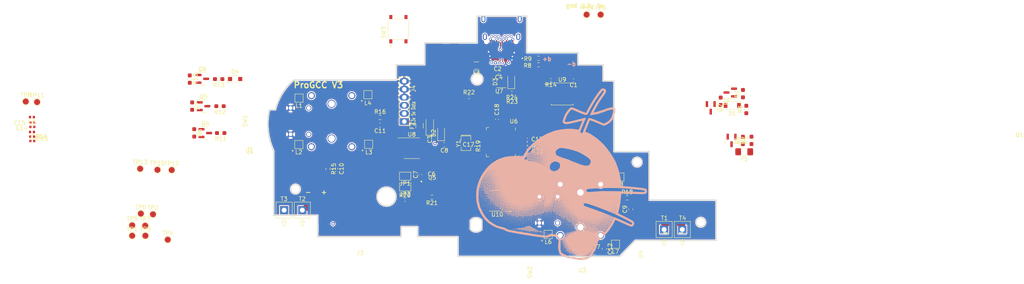
<source format=kicad_pcb>
(kicad_pcb (version 20211014) (generator pcbnew)
  (title_block (title "ProGCC V3 Logic Board") (date "2023-04-15") (rev "1") (company "HHL/Esca"))
  (layers (0 "F.Cu" signal) (1 "In1.Cu" signal) (2 "In2.Cu" signal) (31 "B.Cu" signal) (34 "B.Paste" user) (35 "F.Paste" user) (36 "B.SilkS" user "B.Silkscreen") (37 "F.SilkS" user "F.Silkscreen") (38 "B.Mask" user) (39 "F.Mask" user) (44 "Edge.Cuts" user))
  (net 0 "")
  (net 1 "+3V3")
  (net 2 "GND")
  (net 3 "GULI_DAT")
  (net 4 "+5V")
  (net 5 "Net-(F1-Pad2)")
  (net 6 "Net-(Q1-Pad1)")
  (net 7 "BUTTON_RGB")
  (net 10 "RUMBLE-")
  (net 11 "GULI_CALIBRATE")
  (net 12 "SHARED_PU")
  (net 13 "+3.3V_PRE")
  (net 14 "+1V1")
  (net 15 "+5V_PRE")
  (net 16 "GULI_DZONE")
  (net 17 "/QSPI_SS")
  (net 18 "/~{USB_BOOT}")
  (net 19 "Net-(R19-Pad1)")
  (net 20 "XTAL_OUT")
  (net 21 "N_DATA")
  (net 22 "N_CLOCK")
  (net 23 "/CC1")
  (net 24 "D+")
  (net 25 "Net-(R29-Pad2)")
  (net 26 "Net-(R30-Pad2)")
  (net 27 "/QSPI_SD1")
  (net 28 "/QSPI_SD2")
  (net 29 "/QSPI_SD0")
  (net 30 "/QSPI_SCLK")
  (net 31 "/QSPI_SD3")
  (net 32 "XTAL_IN")
  (net 33 "/SWCLK")
  (net 34 "/SWD")
  (net 35 "/RUN")
  (net 36 "+3.3V")
  (net 37 "Push_A")
  (net 38 "Scan_C")
  (net 39 "Push_B")
  (net 40 "Scan_D")
  (net 41 "Scan_B")
  (net 42 "Push_C")
  (net 43 "Push_D")
  (net 44 "Scan_A")
  (net 45 "NFC")
  (net 46 "D-")
  (net 47 "N_LATCH")
  (net 48 "/CC2")
  (net 49 "SL_RGB")
  (net 50 "Net-(Q2-Pad1)")
  (net 51 "Net-(Q3-Pad1)")
  (net 52 "N_LATCH_3.3")
  (net 53 "N_CLOCK_3.3")
  (net 54 "N_DATA_3.3")
  (net 55 "R_BRAKE")
  (net 56 "RUMBLE")
  (net 57 "RGB_OUT")
  (net 58 "LX")
  (net 59 "P_LCS")
  (net 60 "LY")
  (net 61 "GPIO1")
  (net 62 "RX")
  (net 63 "P_TX")
  (net 64 "RY")
  (net 65 "Net-(R20-Pad2)")
  (net 66 "GULI_TXD")
  (net 67 "Net-(R21-Pad2)")
  (net 68 "LS_BUTTON")
  (net 69 "RS_BUTTON")
  (net 70 "Net-(L3-Pad3)")
  (net 71 "P_CLK")
  (net 72 "P_RX")
  (net 73 "P_RCS")
  (net 83 "Net-(C3-Pad1)")
  (net 84 "Net-(C4-Pad1)")
  (net 85 "Net-(L1-Pad3)")
  (net 86 "SR_RGB")
  (net 87 "Net-(L2-Pad3)")
  (net 88 "Net-(L7-Pad3)")
  (net 89 "Net-(L5-Pad3)")
  (net 90 "Net-(L6-Pad3)")
  (net 91 "Net-(R15-Pad1)")
  (net 92 "Net-(R16-Pad1)")
  (net 93 "Net-(R17-Pad1)")
  (net 94 "Net-(R18-Pad1)")
  (footprint "progcc_v3:GH39F" (layer "F.Cu") (at 96.41 118.11)
    (fp_text reference "U2")
    (fp_text value "GH39F (Hall SOT23)" hide)
  )
  (footprint "Resistor_SMD:R_0603_1608Metric_Pad0.98x0.95mm_HandSolder" (layer "F.Cu") (at 192.673 113.19 -90)
    (fp_text reference "R2")
    (fp_text value "100R")
  )
  (footprint "Resistor_SMD:R_0402_1005Metric" (layer "F.Cu") (at 144.875 124.625 180)
    (fp_text reference "R29")
    (fp_text value "27")
  )
  (footprint "progcc_v3:SK6805-EC-15" (layer "F.Cu") (at 88.3 123.9)
    (fp_text reference "L2")
    (fp_text value "SK6805-EC-15" hide)
  )
  (footprint "Diode_SMD:D_SOD-123" (layer "F.Cu") (at 195.535 114.22 180)
    (fp_text reference "D1")
    (fp_text value "M7C")
  )
  (footprint "Capacitor_SMD:C_0402_1005Metric" (layer "F.Cu") (at 121.158 132.334)
    (fp_text reference "C6")
    (fp_text value "4.7uF")
  )
  (footprint "Resistor_SMD:R_0603_1608Metric_Pad0.98x0.95mm_HandSolder" (layer "F.Cu") (at 198.165 122.88 90)
    (fp_text reference "R4")
    (fp_text value "100R")
  )
  (footprint "TestPoint:TestPoint_Pad_D1.5mm" (layer "F.Cu") (at 159.5 91.75)
    (fp_text reference "TP14")
    (fp_text value "TestPoint")
  )
  (footprint "Resistor_SMD:R_0603_1608Metric_Pad0.98x0.95mm_HandSolder" (layer "F.Cu") (at 169.53 137.08)
    (fp_text reference "R18")
    (fp_text value "1k")
  )
  (footprint "Capacitor_SMD:C_0402_1005Metric" (layer "F.Cu") (at 22.38 119.52)
    (fp_text reference "C14")
    (fp_text value "100n")
  )
  (footprint "TestPoint:TestPoint_Pad_D1.5mm" (layer "F.Cu") (at 49.05 129.875)
    (fp_text reference "TP13")
    (fp_text value "TestPoint")
  )
  (footprint "progcc_v3:SOIC-8_3.9x4.9mm_P1.27mm" (layer "F.Cu") (at 116.25 124.8)
    (fp_text reference "U8")
    (fp_text value "MCP3002")
  )
  (footprint "Capacitor_SMD:C_0603_1608Metric_Pad1.08x0.95mm_HandSolder" (layer "F.Cu") (at 97.44 129.88 -90)
    (fp_text reference "C10")
    (fp_text value ".047u")
  )
  (footprint "progcc_v3:GCC_Header_Straight_1x06_Pitch2.00mm" (layer "F.Cu") (at 114.4 118.2 180)
    (fp_text reference "J4")
    (fp_text value "Conn_01x06_Female" hide)
  )
  (footprint "Jumper:SolderJumper-2_P1.3mm_Open_TrianglePad1.0x1.5mm" (layer "F.Cu") (at 114.63 134.38 180)
    (fp_text reference "JP2")
    (fp_text value "SolderJumper_2_Open")
  )
  (footprint "Package_TO_SOT_SMD:SOT-23" (layer "F.Cu") (at 64.4375 107.63)
    (fp_text reference "Q6")
    (fp_text value "BSS138")
  )
  (footprint "Package_TO_SOT_SMD:SOT-23" (layer "F.Cu") (at 65.165 121.05)
    (fp_text reference "Q4")
    (fp_text value "BSS138")
  )
  (footprint "Resistor_SMD:R_0402_1005Metric" (layer "F.Cu") (at 130.4 112.15)
    (fp_text reference "R22")
    (fp_text value "330")
  )
  (footprint "Capacitor_SMD:C_0603_1608Metric_Pad1.08x0.95mm_HandSolder" (layer "F.Cu") (at 163.89 149.72 -90)
    (fp_text reference "C12")
    (fp_text value ".047u")
  )
  (footprint "progcc_v3:SK6805-EC-15" (layer "F.Cu") (at 166.65 148.55)
    (fp_text reference "L7")
    (fp_text value "SK6805-EC-15" hide)
  )
  (footprint "Fuse:Fuse_1206_3216Metric_Pad1.42x1.75mm_HandSolder" (layer "F.Cu") (at 132.24 104.36 180)
    (fp_text reference "F3")
    (fp_text value "Fuse")
  )
  (footprint "Resistor_SMD:R_0603_1608Metric_Pad0.98x0.95mm_HandSolder" (layer "F.Cu") (at 61.914 114.379 -90)
    (fp_text reference "R7")
    (fp_text value "1k")
  )
  (footprint "Package_TO_SOT_SMD:SOT-23" (layer "F.Cu") (at 195.365 122.88 -90)
    (fp_text reference "Q3")
    (fp_text value "Q_PMOS_GDS")
  )
  (footprint "Capacitor_SMD:C_0402_1005Metric" (layer "F.Cu") (at 156.29 108 180)
    (fp_text reference "C1")
    (fp_text value "100n")
  )
  (footprint "progcc_v3:KS_8730" (layer "F.Cu") (at 178.675 144.9065)
    (fp_text reference "T1")
    (fp_text value "36-8730")
  )
  (footprint "Package_DFN_QFN:QFN-56-1EP_7x7mm_P0.4mm_EP3.2x3.2mm" (layer "F.Cu") (at 138.3 123.3 -90)
    (fp_text reference "U6")
    (fp_text value "RP2040" hide)
  )
  (footprint "progcc_v3:SK6805-EC-15" (layer "F.Cu") (at 149.679867 133.820133)
    (fp_text reference "L5")
    (fp_text value "SK6805-EC-15" hide)
  )
  (footprint "Capacitor_SMD:C_0402_1005Metric" (layer "F.Cu") (at 143.12 126.7 -90)
    (fp_text reference "C19")
    (fp_text value "1u")
  )
  (footprint "Resistor_SMD:R_0603_1608Metric_Pad0.98x0.95mm_HandSolder" (layer "F.Cu") (at 62.422 121 -90)
    (fp_text reference "R6")
    (fp_text value "1k")
  )
  (footprint "Jumper:SolderJumper-2_P1.3mm_Open_TrianglePad1.0x1.5mm" (layer "F.Cu") (at 114.61 131.72 180)
    (fp_text reference "JP1")
    (fp_text value "SolderJumper_2_Open")
  )
  (footprint "Diode_SMD:D_SOD-323_HandSoldering" (layer "F.Cu") (at 72.55 107.675)
    (fp_text reference "D4")
    (fp_text value "CUS08F30")
  )
  (footprint "Fuse:Fuse_1206_3216Metric_Pad1.42x1.75mm_HandSolder" (layer "F.Cu") (at 118.166 119.2355 90)
    (fp_text reference "F2")
    (fp_text value "Fuse")
  )
  (footprint "progcc_v3:KS_8730" (layer "F.Cu") (at 84.675 140.125)
    (fp_text reference "T3")
    (fp_text value "36-8730")
  )
  (footprint "Resistor_SMD:R_0402_1005Metric" (layer "F.Cu") (at 141.055 112.09 180)
    (fp_text reference "R23")
    (fp_text value "0")
  )
  (footprint "Diode_SMD:D_SOD-323_HandSoldering" (layer "F.Cu") (at 123.5 121.05 90)
    (fp_text reference "D2")
    (fp_text value "CUS08F30")
  )
  (footprint "Capacitor_SMD:C_0402_1005Metric" (layer "F.Cu") (at 132.94 123.78 180)
    (fp_text reference "C17")
    (fp_text value "100n")
  )
  (footprint "Resistor_SMD:R_0603_1608Metric_Pad0.98x0.95mm_HandSolder" (layer "F.Cu") (at 68.975 121.05 180)
    (fp_text reference "R11")
    (fp_text value "1k")
  )
  (footprint "Resistor_SMD:R_0603_1608Metric_Pad0.98x0.95mm_HandSolder" (layer "F.Cu") (at 200.29 122.855 90)
    (fp_text reference "R5")
    (fp_text value "10k")
  )
  (footprint "Capacitor_SMD:C_0402_1005Metric" (layer "F.Cu") (at 22.275 117.1 180)
    (fp_text reference "C5")
    (fp_text value "4.7uF")
  )
  (footprint "progcc_v3:GH39F" (layer "F.Cu") (at 157.97 140.05 -90)
    (fp_text reference "U3")
    (fp_text value "GH39F (Hall SOT23)" hide)
  )
  (footprint "Fuse:Fuse_1206_3216Metric_Pad1.42x1.75mm_HandSolder" (layer "F.Cu") (at 198.49 125.68 180)
    (fp_text reference "F1")
    (fp_text value "Fuse")
  )
  (footprint "progcc_v3:rumble_pins" (layer "F.Cu") (at 179.761 142.781 90)
    (fp_text reference "J1" hide)
    (fp_text value "Rumble" hide)
  )
  (footprint "Package_TO_SOT_SMD:SOT-23" (layer "F.Cu") (at 190.215 114.82 -90)
    (fp_text reference "Q2")
    (fp_text value "Q_PMOS_GDS")
  )
  (footprint "Resistor_SMD:R_0402_1005Metric" (layer "F.Cu") (at 144.875 125.625 180)
    (fp_text reference "R30")
    (fp_text value "27")
  )
  (footprint "Capacitor_SMD:C_0603_1608Metric_Pad1.08x0.95mm_HandSolder" (layer "F.Cu") (at 108.41 119.07 180)
    (fp_text reference "C11")
    (fp_text value ".047u")
  )
  (footprint "Capacitor_SMD:C_0603_1608Metric" (layer "F.Cu") (at 124.3 123.925 180)
    (fp_text reference "C8")
    (fp_text value "10u")
  )
  (footprint "progcc_v3:SK6805-EC-15" (layer "F.Cu") (at 105.4 111.55)
    (fp_text reference "L4")
    (fp_text value "SK6805-EC-15" hide)
  )
  (footprint "TestPoint:TestPoint_Pad_D1.5mm" (layer "F.Cu") (at 47.075 146.45)
    (fp_text reference "TP1")
    (fp_text value "TestPoint")
  )
  (footprint "TestPoint:TestPoint_Pad_D1.5mm" (layer "F.Cu") (at 23.55 113.375)
    (fp_text reference "TP11")
    (fp_text value "TestPoint")
  )
  (footprint "Resistor_SMD:R_0603_1608Metric_Pad0.98x0.95mm_HandSolder" (layer "F.Cu") (at 121.225 136.9 180)
    (fp_text reference "R21")
    (fp_text value "33")
  )
  (footprint "Resistor_SMD:R_0402_1005Metric" (layer "F.Cu") (at 150.66 107.94 180)
    (fp_text reference "R14")
    (fp_text value "1k")
  )
  (footprint "Capacitor_SMD:C_0402_1005Metric" (layer "F.Cu") (at 22.33 121.93)
    (fp_text reference "C16")
    (fp_text value "100n")
  )
  (footprint "Crystal:Resonator_SMD_Murata_CSTxExxV-3Pin_3.0x1.1mm" (layer "F.Cu") (at 129.65 123.575 -90)
    (fp_text reference "Y1")
    (fp_text value "Crystal_GND3")
  )
  (footprint "Capacitor_SMD:C_0402_1005Metric" (layer "F.Cu") (at 137.3 117.65 90)
    (fp_text reference "C18")
    (fp_text value "100n")
  )
  (footprint "progcc_v3:SK6805-EC-15" (layer "F.Cu") (at 149.979867 146.120133)
    (fp_text reference "L6")
    (fp_text value "SK6805-EC-15" hide)
  )
  (footprint "Capacitor_Tantalum_SMD:CP_EIA-3216-18_Kemet-A" (layer "F.Cu") (at 120.706 119.272 90)
    (fp_text reference "C3")
    (fp_text value "47uF 6.3v")
  )
  (footprint "TestPoint:TestPoint_Pad_D1.5mm" (layer "F.Cu") (at 55.88 147.43)
    (fp_text reference "TP4")
    (fp_text value "TestPoint")
  )
  (footprint "Capacitor_SMD:C_0603_1608Metric_Pad1.08x0.95mm_HandSolder" (layer "F.Cu") (at 170.425 139.9 90)
    (fp_text reference "C9")
    (fp_text value ".047u")
  )
  (footprint "Capacitor_SMD:C_0402_1005Metric" (layer "F.Cu") (at 22.29 120.79 180)
    (fp_text reference "C20")
    (fp_text value "100n")
  )
  (footprint "progcc_v3:SK6805-EC-15" (layer "F.Cu") (at 105.575 123.825)
    (fp_text reference "L3")
    (fp_text value "SK6805-EC-15" hide)
  )
  (footprint "Package_TO_SOT_SMD:SOT-23" (layer "F.Cu") (at 64.736 114.4)
    (fp_text reference "Q5")
    (fp_text value "BSS138")
  )
  (footprint "Package_TO_SOT_SMD:SOT-23" (layer "F.Cu") (at 137.87 108.28 180)
    (fp_text reference "U7")
    (fp_text value "LP3986-33B3F")
  )
  (footprint "Resistor_SMD:R_0603_1608Metric_Pad0.98x0.95mm_HandSolder" (layer "F.Cu") (at 161.45 150.63)
    (fp_text reference "R17")
    (fp_text value "1k")
  )
  (footprint "progcc_v3:GL18" (layer "F.Cu") (at 157.97 140.05)
    (fp_text reference "SW2")
    (fp_text value "GL18_SW" hide)
  )
  (footprint "TestPoint:TestPoint_Pad_D1.5mm" (layer "F.Cu") (at 56.86 130.2)
    (fp_text reference "TP12")
    (fp_text value "TestPoint")
  )
  (footprint "Capacitor_SMD:C_0402_1005Metric" (layer "F.Cu") (at 22.37 123 180)
    (fp_text reference "C23")
    (fp_text value "100n")
  )
  (footprint "progcc_v3:SW_TS-1187A-B-A-B" (layer "F.Cu") (at 112.94 95.35 90)
    (fp_text reference "SW3")
    (fp_text value "TS-1187A-B-A-B")
  )
  (footprint "progcc_v3:GH39F" (layer "F.Cu") (at 96.41 118.11 -90)
    (fp_text reference "U1")
    (fp_text value "GH39F (Hall SOT23)" hide)
  )
  (footprint "Resistor_SMD:R_0603_1608Metric_Pad0.98x0.95mm_HandSolder" (layer "F.Cu") (at 108.41 117.2)
    (fp_text reference "R16")
    (fp_text value "1k")
  )
  (footprint "Capacitor_SMD:C_0402_1005Metric" (layer "F.Cu") (at 118.364 131.318 90)
    (fp_text reference "C7")
    (fp_text value "0.1uF")
  )
  (footprint "Capacitor_SMD:C_0402_1005Metric" (layer "F.Cu") (at 22.42 118.52)
    (fp_text reference "C15")
    (fp_text value "1u")
  )
  (footprint "Capacitor_SMD:C_0402_1005Metric" (layer "F.Cu") (at 141.56 128.16 180)
    (fp_text reference "C21")
    (fp_text value "100n")
  )
  (footprint "Capacitor_SMD:C_0603_1608Metric" (layer "F.Cu") (at 137.75 110.81)
    (fp_text reference "C2")
    (fp_text value "2.2uF")
  )
  (footprint "Capacitor_SMD:C_0402_1005Metric" (layer "F.Cu") (at 144.85 123.675 180)
    (fp_text reference "C22")
    (fp_text value "100n")
  )
  (footprint "TestPoint:TestPoint_Pad_D1.5mm" (layer "F.Cu") (at 50.35 146.45)
    (fp_text reference "TP3")
    (fp_text value "TestPoint")
  )
  (footprint "Capacitor_SMD:C_0402_1005Metric" (layer "F.Cu") (at 144.85 122.725 180)
    (fp_text reference "C13")
    (fp_text value "100n")
  )
  (footprint "procon_gcc:molex_5051101492_14P" (layer "F.Cu") (at 96.75 141.925)
    (fp_text reference "J3")
    (fp_text value "To Button Board")
  )
  (footprint "TestPoint:TestPoint_Pad_D1.5mm" (layer "F.Cu") (at 49.225 140.975)
    (fp_text reference "TP6")
    (fp_text value "TestPoint")
  )
  (footprint "Package_TO_SOT_SMD:SOT-23" (layer "F.Cu") (at 195.04 111.02 180)
    (fp_text reference "Q1")
    (fp_text value "Q_PMOS_GDS")
  )
  (footprint "Resistor_SMD:R_0603_1608Metric_Pad0.98x0.95mm_HandSolder" (layer "F.Cu") (at 68.8 114.4 180)
    (fp_text reference "R12")
    (fp_text value "1k")
  )
  (footprint "procon_gcc:Shou Han Type-C 24P QCHT" (layer "F.Cu") (at 138.46 90.975 180)
    (fp_text reference "J9" hide)
    (fp_text value "USB_C_Receptacle" hide)
  )
  (footprint "TestPoint:TestPoint_Pad_D1.5mm" (layer "F.Cu") (at 52.225 141.15)
    (fp_text reference "TP2")
    (fp_text value "TestPoint")
  )
  (footprint "progcc_v3:SOIC-8_3.9x4.9mm_P1.27mm" (layer "F.Cu") (at 137.4 137.8 180)
    (fp_text reference "U10")
    (fp_text value "MCP3002")
  )
  (footprint "Package_SO:SOIC-8_5.23x5.23mm_P1.27mm" (layer "F.Cu") (at 153.47 111.38)
    (fp_text reference "U9")
    (fp_text value "W25Q128JVS")
  )
  (footprint "Resistor_SMD:R_0603_1608Metric_Pad0.98x0.95mm_HandSolder" (layer "F.Cu") (at 68.475 107.7 180)
    (fp_text reference "R13")
    (fp_text value "1k")
  )
  (footprint "Resistor_SMD:R_0402_1005Metric" (layer "F.Cu") (at 131.43 124.27 90)
    (fp_text reference "R19")
    (fp_text value "1k")
  )
  (footprint "progcc_v3:rumble_pins" (layer "F.Cu") (at 93.733 138.687999 -90)
    (fp_text reference "J2" hide)
    (fp_text value "Rumble" hide)
  )
  (footprint "Resistor_SMD:R_0603_1608Metric_Pad0.98x0.95mm_HandSolder" (layer "F.Cu") (at 95.51 129.9 -90)
    (fp_text reference "R15")
    (fp_text value "1k")
  )
  (footprint "Capacitor_SMD:C_0603_1608Metric" (layer "F.Cu") (at 137.795 105.83 180)
    (fp_text reference "C4")
    (fp_text value "2.2uF")
  )
  (footprint "progcc_v3:SK6805-EC-15" (layer "F.Cu") (at 167.729867 131.920133)
    (fp_text reference "L8")
    (fp_text value "SK6805-EC-15" hide)
  )
  (footprint "Resistor_SMD:R_0603_1608Metric_Pad0.98x0.95mm_HandSolder" (layer "F.Cu") (at 61.325 107.7 -90)
    (fp_text reference "R10")
    (fp_text value "1k")
  )
  (footprint "TestPoint:TestPoint_Pad_D1.5mm" (layer "F.Cu") (at 53.325 130.15)
    (fp_text reference "TP10")
    (fp_text value "TestPoint")
  )
  (footprint "Resistor_SMD:R_0402_1005Metric" (layer "F.Cu") (at 141.009 111.07 180)
    (fp_text reference "R24")
    (fp_text value "0")
  )
  (footprint "Resistor_SMD:R_0603_1608Metric_Pad0.98x0.95mm_HandSolder" (layer "F.Cu") (at 198.185 111.295 90)
    (fp_text reference "R1")
    (fp_text value "10k")
  )
  (footprint "progcc_v3:MSOP10" (layer "F.Cu") (at 121.3 134.6)
    (fp_text reference "U5")
    (fp_text value "GL16112" hide)
  )
  (footprint "TestPoint:TestPoint_Pad_D1.5mm" (layer "F.Cu") (at 162.975 91.75)
    (fp_text reference "TP9")
    (fp_text value "TestPoint")
  )
  (footprint "TestPoint:TestPoint_Pad_D1.5mm" (layer "F.Cu") (at 50.3 143.975)
    (fp_text reference "TP7")
    (fp_text value "TestPoint")
  )
  (footprint "Resistor_SMD:R_0603_1608Metric_Pad0.98x0.95mm_HandSolder" (layer "F.Cu") (at 147.6 102.55)
    (fp_text reference "R9")
    (fp_text value "5.1k")
  )
  (footprint "progcc_v3:GL18" (layer "F.Cu") (at 96.41 118.11)
    (fp_text reference "SW1")
    (fp_text value "GL18_SW" hide)
  )
  (footprint "progcc_v3:GH39F" (layer "F.Cu") (at 157.97 140.05)
    (fp_text reference "U4")
    (fp_text value "GH39F (Hall SOT23)" hide)
  )
  (footprint "Diode_SMD:D_SOD-323_HandSoldering" (layer "F.Cu") (at 140.856 108.19 90)
    (fp_text reference "D3")
    (fp_text value "CUS08F30")
  )
  (footprint "progcc_v3:SK6805-EC-15" (layer "F.Cu") (at 88.35 112.4)
    (fp_text reference "L1")
    (fp_text value "SK6805-EC-15" hide)
  )
  (footprint "Resistor_SMD:R_0603_1608Metric_Pad0.98x0.95mm_HandSolder" (layer "F.Cu") (at 199.01 115.22 90)
    (fp_text reference "R3")
    (fp_text value "10k")
  )
  (footprint "progcc_v3:KS_8730" (layer "F.Cu") (at 89.175 140.125)
    (fp_text reference "T2")
    (fp_text value "36-8730" hide)
  )
  (footprint "TestPoint:TestPoint_Pad_D1.5mm" (layer "F.Cu") (at 20.75 113.25)
    (fp_text reference "TP8")
    (fp_text value "TestPoint")
  )
  (footprint "progcc_v3:KS_8730" (layer "F.Cu") (at 183.175 144.9065)
    (fp_text reference "T4")
    (fp_text value "36-8730" hide)
  )
  (footprint "Resistor_SMD:R_0603_1608Metric_Pad0.98x0.95mm_HandSolder" (layer "F.Cu") (at 147.6 104.15)
    (fp_text reference "R8")
    (fp_text value "5.1k")
  )
  (footprint "TestPoint:TestPoint_Pad_D1.5mm" (layer "F.Cu") (at 47.07 143.88)
    (fp_text reference "TP5")
    (fp_text value "TestPoint")
  )
  (footprint "Resistor_SMD:R_0402_1005Metric" (layer "F.Cu") (at 114.56 137.59)
    (fp_text reference "R20")
    (fp_text value "0")
  )
  (footprint "silks:natsu" (layer "B.Cu") (at 154.891628 129.88006 170)
    (fp_text reference "G***" hide)
    (fp_text value "LOGO" hide)
  )
  (gr_line (start 163.606225 108.114358) (end 166.306225 108.114358) (layer "Edge.Cuts") (width 0.2))
  (gr_line (start 171.556225 147.614357) (end 167.656225 151.614357) (layer "Edge.Cuts") (width 0.2))
  (gr_line (start 127.656226 151.614357) (end 127.656226 146.714357) (layer "Edge.Cuts") (width 0.2))
  (gr_circle (center 132.406226 107.714358) (end 132.406226 109.089358) (layer "Edge.Cuts") (width 0.2) (fill none))
  (gr_line (start 191.556225 137.614357) (end 191.556225 147.614357) (layer "Edge.Cuts") (width 0.2))
  (gr_arc (start 130.756226 142.7) (mid 132.156226 142) (end 133.556226 142.7) (layer "Edge.Cuts") (width 0.2))
  (gr_line (start 166.306225 125.614358) (end 175.006225 125.614358) (layer "Edge.Cuts") (width 0.2))
  (gr_line (start 163.606225 104.114358) (end 163.606225 108.114358) (layer "Edge.Cuts") (width 0.2))
  (gr_line (start 132.406226 98.714358) (end 132.406226 92.114358) (layer "Edge.Cuts") (width 0.2))
  (gr_line (start 117.656226 144.214357) (end 113.656226 144.214357) (layer "Edge.Cuts") (width 0.2))
  (gr_line (start 92.956226 141.414357) (end 82.056226 141.414357) (layer "Edge.Cuts") (width 0.2))
  (gr_line (start 175.006225 125.614358) (end 175.006225 137.614357) (layer "Edge.Cuts") (width 0.2))
  (gr_line (start 127.656226 146.714357) (end 117.656226 146.714357) (layer "Edge.Cuts") (width 0.2))
  (gr_line (start 87.056226 107.914358) (end 112.406226 107.914358) (layer "Edge.Cuts") (width 0.2))
  (gr_circle (center 187.75 143.114357) (end 187.75 144.264357) (layer "Edge.Cuts") (width 0.2) (fill none))
  (gr_line (start 144.706225 92.114358) (end 144.706225 101.114358) (layer "Edge.Cuts") (width 0.2))
  (gr_line (start 92.956226 146.714357) (end 92.956226 141.414357) (layer "Edge.Cuts") (width 0.2))
  (gr_line (start 119.406226 98.714358) (end 132.406226 98.714358) (layer "Edge.Cuts") (width 0.2))
  (gr_line (start 157.406225 101.114358) (end 157.406225 104.114358) (layer "Edge.Cuts") (width 0.2))
  (gr_line (start 113.656226 146.714357) (end 92.956226 146.714357) (layer "Edge.Cuts") (width 0.2))
  (gr_line (start 167.656225 151.614357) (end 127.656226 151.614357) (layer "Edge.Cuts") (width 0.2))
  (gr_line (start 81.016754 115.258145) (end 82.492713 115.258145) (layer "Edge.Cuts") (width 0.2))
  (gr_line (start 82.056226 141.414357) (end 82.056226 125.414358) (layer "Edge.Cuts") (width 0.2))
  (gr_line (start 157.406225 104.114358) (end 163.606225 104.114358) (layer "Edge.Cuts") (width 0.2))
  (gr_circle (center 87.475 134.914358) (end 87.475 136.064358) (layer "Edge.Cuts") (width 0.2) (fill none))
  (gr_line (start 112.406226 104.114358) (end 119.406226 104.114358) (layer "Edge.Cuts") (width 0.2))
  (gr_line (start 117.656226 146.714357) (end 117.656226 144.214357) (layer "Edge.Cuts") (width 0.2))
  (gr_circle (center 110 136.775) (end 110 139.075) (layer "Edge.Cuts") (width 0.2) (fill none))
  (gr_line (start 112.406226 107.914358) (end 112.406226 104.114358) (layer "Edge.Cuts") (width 0.2))
  (gr_line (start 132.406226 92.114358) (end 144.706225 92.114358) (layer "Edge.Cuts") (width 0.2))
  (gr_line (start 113.656226 144.214357) (end 113.656226 146.714357) (layer "Edge.Cuts") (width 0.2))
  (gr_line (start 175.006225 137.614357) (end 191.556225 137.614357) (layer "Edge.Cuts") (width 0.2))
  (gr_line (start 191.556225 147.614357) (end 171.556225 147.614357) (layer "Edge.Cuts") (width 0.2))
  (gr_line (start 119.406226 104.114358) (end 119.406226 98.714358) (layer "Edge.Cuts") (width 0.2))
  (gr_arc (start 82.056226 125.414358) (mid 80.693295 120.422551) (end 81.016754 115.258145) (layer "Edge.Cuts") (width 0.2))
  (gr_arc (start 82.492713 115.258144) (mid 84.208662 111.234652) (end 87.056226 107.914358) (layer "Edge.Cuts") (width 0.2))
  (gr_circle (center 172 128.25) (end 172 129.4) (layer "Edge.Cuts") (width 0.2) (fill none))
  (gr_line (start 166.306225 108.114358) (end 166.306225 125.614358) (layer "Edge.Cuts") (width 0.2))
  (gr_arc (start 133.556226 144.8) (mid 132.156226 145.5) (end 130.756226 144.8) (layer "Edge.Cuts") (width 0.2))
  (gr_line (start 144.706225 101.114358) (end 157.406225 101.114358) (layer "Edge.Cuts") (width 0.2))
  (gr_line (start 130.756226 144.8) (end 130.756226 142.7) (layer "Edge.Cuts") (width 0.2))
  (gr_line (start 133.556226 142.7) (end 133.556226 144.8) (layer "Edge.Cuts") (width 0.2))
  (gr_text "d+" (at 149.67 102.73) (layer "B.SilkS") (effects (font (size 1 1) (thickness 0.25)) (justify mirror)))
  (gr_text "d-" (at 155.73 103.97) (layer "B.SilkS") (effects (font (size 1 1) (thickness 0.25)) (justify mirror)))
  (gr_text "ProGCC V3" (at 93.14 109.17) (layer "F.SilkS") (effects (font (size 1.5 1.5) (thickness 0.3))))
  (gr_text "3.3v" (at 159.7 89.65) (layer "F.SilkS") (effects (font (size 1 1) (thickness 0.25))))
  (gr_text "3.3v 5v Data" (at 116.65 116.175 90) (layer "F.SilkS") (effects (font (size 1 0.6) (thickness 0.125))))
  (gr_text "5v" (at 163 89.6) (layer "F.SilkS") (effects (font (size 1 1) (thickness 0.25))))
  (gr_text "gnd\n" (at 155.8 89.5) (layer "F.SilkS") (effects (font (size 1 1) (thickness 0.25))))
  (segment (start 140.9 126.7375) (end 140.9 127.98) (width 0.2) (layer "F.Cu") (net 1))
  (segment (start 140.9 127.98) (end 141.08 128.16) (width 0.2) (layer "F.Cu") (net 1))
  (segment (start 142.425 125.9) (end 142.6125 125.7125) (width 0.2) (layer "F.Cu") (net 1))
  (segment (start 142.6125 125.7125) (end 143.12 126.22) (width 0.2) (layer "F.Cu") (net 1))
  (segment (start 97.25 141.925) (end 97.25 143.03) (width 0.2) (layer "F.Cu") (net 1))
  (segment (start 142.4 125.5) (end 142.6125 125.7125) (width 0.2) (layer "F.Cu") (net 1))
  (segment (start 97.25 143.03) (end 96.77 143.51) (width 0.2) (layer "F.Cu") (net 1))
  (segment (start 141.7375 123.5) (end 142.35 123.5) (width 0.2) (layer "F.Cu") (net 1))
  (segment (start 144.37 123.675) (end 142.525 123.675) (width 0.2) (layer "F.Cu") (net 1))
  (segment (start 142.35 123.5) (end 142.525 123.675) (width 0.2) (layer "F.Cu") (net 1))
  (segment (start 141.7375 125.5) (end 142.4 125.5) (width 0.2) (layer "F.Cu") (net 1))
  (segment (start 123.5 123.9) (end 123.525 123.925) (width 0.4) (layer "F.Cu") (net 1))
  (segment (start 142.3 123.9) (end 142.525 123.675) (width 0.2) (layer "F.Cu") (net 1))
  (segment (start 141.7375 125.9) (end 142.425 125.9) (width 0.2) (layer "F.Cu") (net 1))
  (segment (start 141.7375 123.9) (end 142.3 123.9) (width 0.2) (layer "F.Cu") (net 1))
  (segment (start 123.5 122.3) (end 123.31 122.3) (width 0.4) (layer "F.Cu") (net 1))
  (segment (start 123.31 122.3) (end 121.97 123.64) (width 0.4) (layer "F.Cu") (net 1))
  (segment (start 123.5 122.3) (end 123.5 123.9) (width 0.4) (layer "F.Cu") (net 1))
  (via (at 121.97 123.64) (size 0.8) (drill 0.4) (layers "F.Cu" "B.Cu") (net 1))
  (via (at 96.77 143.51) (size 0.8) (drill 0.4) (layers "F.Cu" "B.Cu") (net 1))
  (segment (start 84.435 140.12) (end 85.47 140.12) (width 0.4) (layer "B.Cu") (net 4))
  (segment (start 182.869 142.769) (end 182.869 145.139) (width 0.4) (layer "F.Cu") (net 10))
  (segment (start 114.4 118.2) (end 115.643 118.2) (width 0.4) (layer "F.Cu") (net 13))
  (segment (start 115.643 118.2) (end 118.166 120.723) (width 0.4) (layer "F.Cu") (net 13))
  (segment (start 140.71 100.26) (end 141.6 101.15) (width 0.25) (layer "F.Cu") (net 13))
  (segment (start 140.71 99.035) (end 140.71 100.26) (width 0.25) (layer "F.Cu") (net 13))
  (via (at 135.25 100.95) (size 0.8) (drill 0.4) (layers "F.Cu" "B.Cu") (net 13))
  (via (at 141.6 101.15) (size 0.8) (drill 0.4) (layers "F.Cu" "B.Cu") (net 13))
  (segment (start 135.45 101.15) (end 135.25 100.95) (width 0.25) (layer "B.Cu") (net 13))
  (segment (start 141.6 101.15) (end 135.45 101.15) (width 0.25) (layer "B.Cu") (net 13))
  (segment (start 144.32 122.775) (end 144.37 122.725) (width 0.2) (layer "F.Cu") (net 14))
  (segment (start 141.7375 123.1) (end 143.35 123.1) (width 0.2) (layer "F.Cu") (net 14))
  (segment (start 143.35 123.1) (end 143.675 122.775) (width 0.2) (layer "F.Cu") (net 14))
  (segment (start 143.675 122.775) (end 144.32 122.775) (width 0.2) (layer "F.Cu") (net 14))
  (segment (start 139.71 97.875) (end 139.66 97.825) (width 0.25) (layer "F.Cu") (net 15))
  (segment (start 139.71 99.035) (end 139.71 97.875) (width 0.25) (layer "F.Cu") (net 15))
  (segment (start 137.21 99.035) (end 137.21 97.875) (width 0.25) (layer "F.Cu") (net 15))
  (segment (start 137.21 97.875) (end 137.26 97.825) (width 0.25) (layer "F.Cu") (net 15))
  (via (at 136.951582 103.667026) (size 0.8) (drill 0.4) (layers "F.Cu" "B.Cu") (net 15))
  (segment (start 141.7375 120.7) (end 142.275 120.7) (width 0.2) (layer "F.Cu") (net 17))
  (segment (start 142.275 120.7) (end 143.275 119.7) (width 0.2) (layer "F.Cu") (net 17))
  (segment (start 136.21 99.035) (end 136.21 101.36) (width 0.15) (layer "F.Cu") (net 21))
  (segment (start 136.21 101.36) (end 135.56 102.01) (width 0.15) (layer "F.Cu") (net 21))
  (via (at 135.56 102.01) (size 0.65) (drill 0.35) (layers "F.Cu" "B.Cu") (net 21))
  (via (at 141.150037 102.10975) (size 0.65) (drill 0.35) (layers "F.Cu" "B.Cu") (net 21))
  (segment (start 140.840287 101.8) (end 141.150037 102.10975) (width 0.15) (layer "B.Cu") (net 21))
  (segment (start 138.56 101.8) (end 140.840287 101.8) (width 0.15) (layer "B.Cu") (net 21))
  (segment (start 135.77 101.8) (end 138.56 101.8) (width 0.15) (layer "B.Cu") (net 21))
  (segment (start 135.56 102.01) (end 135.77 101.8) (width 0.15) (layer "B.Cu") (net 21))
  (segment (start 140.21 103.615) (end 140.21 99.035) (width 0.15) (layer "F.Cu") (net 22))
  (segment (start 140.2 103.625) (end 140.21 103.615) (width 0.15) (layer "F.Cu") (net 22))
  (via (at 136 103.65) (size 0.65) (drill 0.35) (layers "F.Cu" "B.Cu") (net 22))
  (via (at 140.2 103.625) (size 0.65) (drill 0.35) (layers "F.Cu" "B.Cu") (net 22))
  (segment (start 139.325 102.975) (end 139.625 103.275) (width 0.15) (layer "B.Cu") (net 22))
  (segment (start 139.625 103.275) (end 139.975 103.625) (width 0.15) (layer "B.Cu") (net 22))
  (segment (start 136 103.475) (end 136.5 102.975) (width 0.15) (layer "B.Cu") (net 22))
  (segment (start 139.975 103.625) (end 140.2 103.625) (width 0.15) (layer "B.Cu") (net 22))
  (segment (start 136 103.65) (end 136 103.475) (width 0.15) (layer "B.Cu") (net 22))
  (segment (start 136.5 102.975) (end 139.325 102.975) (width 0.15) (layer "B.Cu") (net 22))
  (segment (start 139.38 102.81) (end 139.49 102.92) (width 0.15) (layer "F.Cu") (net 23))
  (segment (start 139.49 104.34) (end 146.4975 104.34) (width 0.15) (layer "F.Cu") (net 23))
  (segment (start 139.21 99.035) (end 139.21 102.64) (width 0.15) (layer "F.Cu") (net 23))
  (segment (start 139.49 102.92) (end 139.49 104.34) (width 0.15) (layer "F.Cu") (net 23))
  (segment (start 146.4975 104.34) (end 146.6875 104.15) (width 0.15) (layer "F.Cu") (net 23))
  (segment (start 139.21 102.64) (end 139.38 102.81) (width 0.15) (layer "F.Cu") (net 23))
  (via (at 139.49 104.34) (size 0.65) (drill 0.35) (layers "F.Cu" "B.Cu") (net 23))
  (segment (start 138.71 99.035) (end 138.71 103.685) (width 0.15) (layer "F.Cu") (net 24))
  (segment (start 138.06 97.825) (end 138.06 97.873529) (width 0.15) (layer "F.Cu") (net 24))
  (segment (start 138.71 103.685) (end 138.725 103.7) (width 0.15) (layer "F.Cu") (net 24))
  (segment (start 138.71 98.523529) (end 138.71 99.035) (width 0.15) (layer "F.Cu") (net 24))
  (segment (start 138.06 97.873529) (end 138.71 98.523529) (width 0.15) (layer "F.Cu") (net 24))
  (via (at 138.725 103.7) (size 0.65) (drill 0.35) (layers "F.Cu" "B.Cu") (net 24))
  (segment (start 144.365 124.625) (end 143.8 124.625) (width 0.2) (layer "F.Cu") (net 25))
  (segment (start 141.7375 124.3) (end 143.475 124.3) (width 0.2) (layer "F.Cu") (net 25))
  (segment (start 143.8 124.625) (end 143.475 124.3) (width 0.2) (layer "F.Cu") (net 25))
  (segment (start 141.7375 124.7) (end 143.209314 124.7) (width 0.2) (layer "F.Cu") (net 26))
  (segment (start 144.134314 125.625) (end 144.365 125.625) (width 0.2) (layer "F.Cu") (net 26))
  (segment (start 143.209314 124.7) (end 144.134314 125.625) (width 0.2) (layer "F.Cu") (net 26))
  (segment (start 141.7375 121.1) (end 142.45 121.1) (width 0.2) (layer "F.Cu") (net 27))
  (segment (start 142.45 121.1) (end 143.25 120.3) (width 0.2) (layer "F.Cu") (net 27))
  (segment (start 142.615686 121.5) (end 143.357843 120.757843) (width 0.2) (layer "F.Cu") (net 28))
  (segment (start 141.7375 121.5) (end 142.615686 121.5) (width 0.2) (layer "F.Cu") (net 28))
  (segment (start 142.781372 121.9) (end 143.440686 121.240686) (width 0.2) (layer "F.Cu") (net 29))
  (segment (start 141.7375 121.9) (end 142.781372 121.9) (width 0.2) (layer "F.Cu") (net 29))
  (segment (start 142.947058 122.3) (end 143.561029 121.686029) (width 0.2) (layer "F.Cu") (net 30))
  (segment (start 141.7375 122.3) (end 142.947058 122.3) (width 0.2) (layer "F.Cu") (net 30))
  (segment (start 143.112744 122.7) (end 143.831372 121.981372) (width 0.2) (layer "F.Cu") (net 31))
  (segment (start 141.7375 122.7) (end 143.112744 122.7) (width 0.2) (layer "F.Cu") (net 31))
  (segment (start 138.21 100.2255) (end 138.21 99.035) (width 0.15) (layer "F.Cu") (net 46))
  (segment (start 138.1105 100.325) (end 138.21 100.2255) (width 0.15) (layer "F.Cu") (net 46))
  (segment (start 138.1105 103.464997) (end 138.1105 100.325) (width 0.15) (layer "F.Cu") (net 46))
  (segment (start 137.875497 103.7) (end 138.1105 103.464997) (width 0.15) (layer "F.Cu") (net 46))
  (via (at 137.875497 103.7) (size 0.65) (drill 0.35) (layers "F.Cu" "B.Cu") (net 46))
  (via (at 138.1105 100.325) (size 0.65) (drill 0.35) (layers "F.Cu" "B.Cu") (net 46))
  (segment (start 138.86 97.825) (end 138.86 98.284619) (width 0.15) (layer "B.Cu") (net 46))
  (segment (start 138.1105 99.034119) (end 138.1105 100.325) (width 0.15) (layer "B.Cu") (net 46))
  (segment (start 138.86 98.284619) (end 138.1105 99.034119) (width 0.15) (layer "B.Cu") (net 46))
  (segment (start 136.71 99.035) (end 136.71 101.84) (width 0.15) (layer "F.Cu") (net 47))
  (segment (start 136.71 101.84) (end 135.7 102.85) (width 0.15) (layer "F.Cu") (net 47))
  (via (at 141.025 102.95) (size 0.65) (drill 0.35) (layers "F.Cu" "B.Cu") (net 47))
  (via (at 135.7 102.85) (size 0.65) (drill 0.35) (layers "F.Cu" "B.Cu") (net 47))
  (segment (start 135.7 102.85) (end 136.25 102.3) (width 0.15) (layer "B.Cu") (net 47))
  (segment (start 136.25 102.3) (end 138.725 102.3) (width 0.15) (layer "B.Cu") (net 47))
  (segment (start 138.725 102.3) (end 140.375 102.3) (width 0.15) (layer "B.Cu") (net 47))
  (segment (start 140.375 102.3) (end 141.025 102.95) (width 0.15) (layer "B.Cu") (net 47))
  (segment (start 143.6 102.55) (end 146.6875 102.55) (width 0.15) (layer "F.Cu") (net 48))
  (via (at 143.6 102.55) (size 0.65) (drill 0.35) (layers "F.Cu" "B.Cu") (net 48))
  (segment (start 118.166 118.082) (end 120.706 120.622) (width 0.4) (layer "F.Cu") (net 83))
  (segment (start 122.678 120.622) (end 123.5 119.8) (width 0.4) (layer "F.Cu") (net 83))
  (segment (start 120.706 120.622) (end 122.678 120.622) (width 0.4) (layer "F.Cu") (net 83))
  (segment (start 118.166 117.748) (end 118.166 118.082) (width 0.4) (layer "F.Cu") (net 83))
  (zone (net 2) (net_name "GND") (layers "F.Cu" "In2.Cu" "B.Cu") (connect_pads (clearance 0.254)) (min_thickness 0.254) (fill yes (thermal_gap 0.508) (thermal_bridge_width 0.508))
    (polygon (pts (xy 194.95 91.14) (xy 197.41 156.41) (xy 75.01 158.45) (xy 78.11 90.82)))
  )
)
</source>
